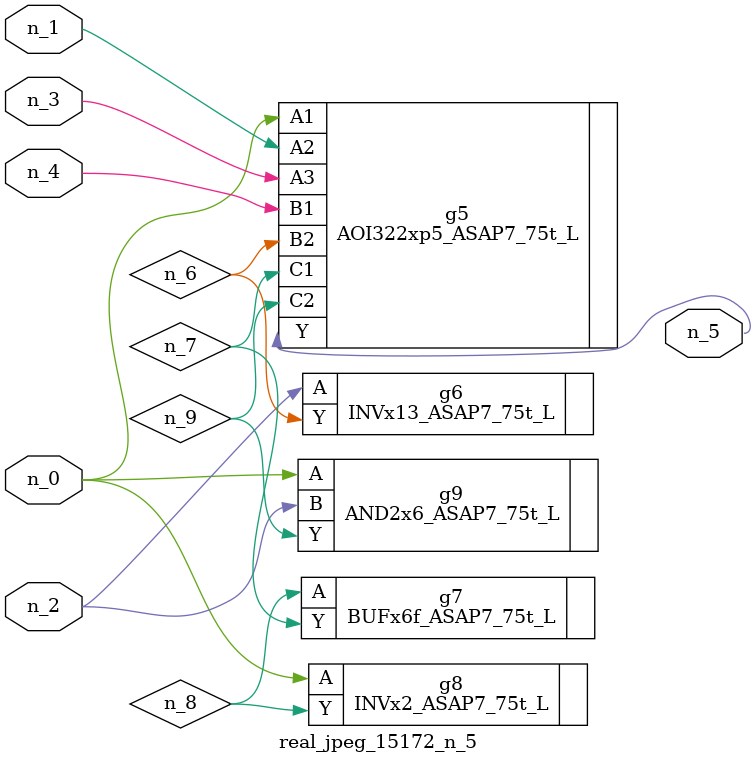
<source format=v>
module real_jpeg_15172_n_5 (n_4, n_0, n_1, n_2, n_3, n_5);

input n_4;
input n_0;
input n_1;
input n_2;
input n_3;

output n_5;

wire n_8;
wire n_6;
wire n_7;
wire n_9;

AOI322xp5_ASAP7_75t_L g5 ( 
.A1(n_0),
.A2(n_1),
.A3(n_3),
.B1(n_4),
.B2(n_6),
.C1(n_7),
.C2(n_9),
.Y(n_5)
);

INVx2_ASAP7_75t_L g8 ( 
.A(n_0),
.Y(n_8)
);

AND2x6_ASAP7_75t_L g9 ( 
.A(n_0),
.B(n_2),
.Y(n_9)
);

INVx13_ASAP7_75t_L g6 ( 
.A(n_2),
.Y(n_6)
);

BUFx6f_ASAP7_75t_L g7 ( 
.A(n_8),
.Y(n_7)
);


endmodule
</source>
